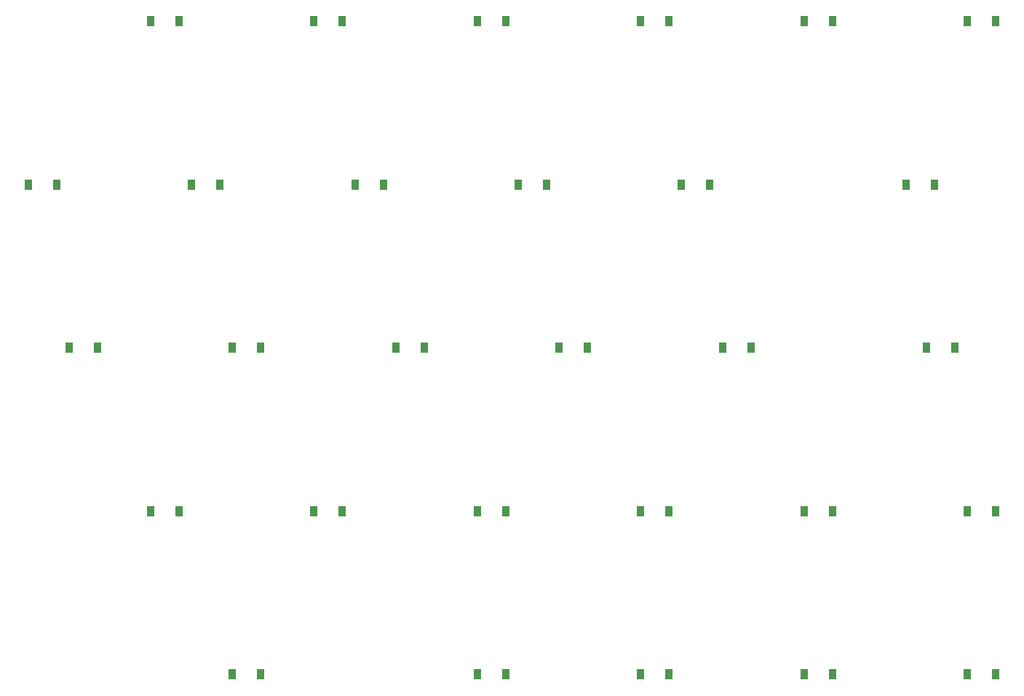
<source format=gbr>
%TF.GenerationSoftware,KiCad,Pcbnew,9.0.7*%
%TF.CreationDate,2026-01-20T23:17:06-08:00*%
%TF.ProjectId,right,72696768-742e-46b6-9963-61645f706362,v1.0.0*%
%TF.SameCoordinates,Original*%
%TF.FileFunction,Paste,Top*%
%TF.FilePolarity,Positive*%
%FSLAX46Y46*%
G04 Gerber Fmt 4.6, Leading zero omitted, Abs format (unit mm)*
G04 Created by KiCad (PCBNEW 9.0.7) date 2026-01-20 23:17:06*
%MOMM*%
%LPD*%
G01*
G04 APERTURE LIST*
%ADD10R,0.900000X1.200000*%
G04 APERTURE END LIST*
D10*
%TO.C,D21*%
X324350000Y-70500000D03*
X327650000Y-70500000D03*
%TD*%
%TO.C,D27*%
X362350000Y-146500000D03*
X365650000Y-146500000D03*
%TD*%
%TO.C,D17*%
X324350000Y-146500000D03*
X327650000Y-146500000D03*
%TD*%
%TO.C,D16*%
X305350000Y-70500000D03*
X308650000Y-70500000D03*
%TD*%
%TO.C,D7*%
X276825000Y-146500000D03*
X280125000Y-146500000D03*
%TD*%
%TO.C,D1*%
X257875000Y-108500000D03*
X261175000Y-108500000D03*
%TD*%
%TO.C,D4*%
X276875000Y-108500000D03*
X280175000Y-108500000D03*
%TD*%
%TO.C,D2*%
X253112500Y-89500000D03*
X256412500Y-89500000D03*
%TD*%
%TO.C,D18*%
X324350000Y-127500000D03*
X327650000Y-127500000D03*
%TD*%
%TO.C,D14*%
X314875000Y-108500000D03*
X318175000Y-108500000D03*
%TD*%
%TO.C,D25*%
X355256250Y-89500000D03*
X358556250Y-89500000D03*
%TD*%
%TO.C,D12*%
X305350000Y-146500000D03*
X308650000Y-146500000D03*
%TD*%
%TO.C,D13*%
X305350000Y-127500000D03*
X308650000Y-127500000D03*
%TD*%
%TO.C,D8*%
X286350000Y-127500000D03*
X289650000Y-127500000D03*
%TD*%
%TO.C,D5*%
X272112500Y-89500000D03*
X275412500Y-89500000D03*
%TD*%
%TO.C,D6*%
X267350000Y-70500000D03*
X270650000Y-70500000D03*
%TD*%
%TO.C,D11*%
X286350000Y-70500000D03*
X289650000Y-70500000D03*
%TD*%
%TO.C,D22*%
X343350000Y-146500000D03*
X346650000Y-146500000D03*
%TD*%
%TO.C,D19*%
X333875000Y-108500000D03*
X337175000Y-108500000D03*
%TD*%
%TO.C,D23*%
X343350000Y-127500000D03*
X346650000Y-127500000D03*
%TD*%
%TO.C,D3*%
X267350000Y-127500000D03*
X270650000Y-127500000D03*
%TD*%
%TO.C,D29*%
X362350000Y-70500000D03*
X365650000Y-70500000D03*
%TD*%
%TO.C,D26*%
X343350000Y-70500000D03*
X346650000Y-70500000D03*
%TD*%
%TO.C,D15*%
X310112500Y-89500000D03*
X313412500Y-89500000D03*
%TD*%
%TO.C,D10*%
X291112500Y-89500000D03*
X294412500Y-89500000D03*
%TD*%
%TO.C,D20*%
X329112500Y-89500000D03*
X332412500Y-89500000D03*
%TD*%
%TO.C,D24*%
X357637500Y-108500000D03*
X360937500Y-108500000D03*
%TD*%
%TO.C,D9*%
X295875000Y-108500000D03*
X299175000Y-108500000D03*
%TD*%
%TO.C,D28*%
X362350000Y-127500000D03*
X365650000Y-127500000D03*
%TD*%
M02*

</source>
